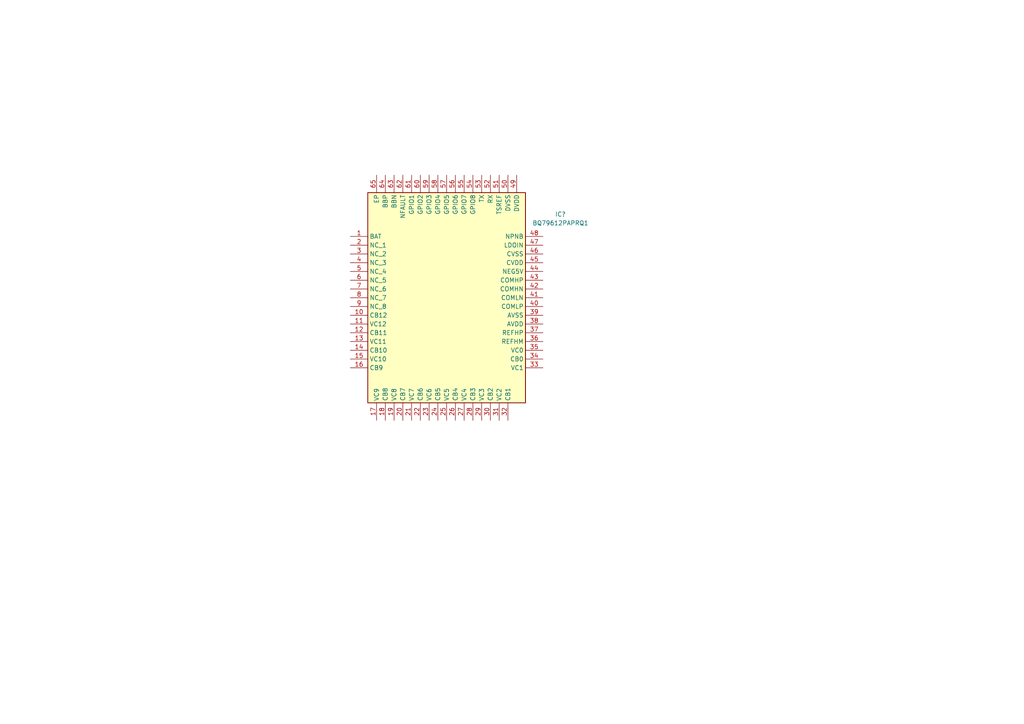
<source format=kicad_sch>
(kicad_sch (version 20250114) (generator "eeschema") (generator_version "9.0")
  (paper "A4")
  (lib_symbols
    (symbol "SamacSys_Parts:BQ79612PAPRQ1"
      (property "Reference" "IC" (at 52.07 17.78 0))
      (property "Value" "BQ79612PAPRQ1" (at 52.07 15.24 0))
      (symbol "BQ79612PAPRQ1_1_1"
        (rectangle (start 5.08 12.7) (end 50.8 -48.26) (stroke (width 0.254)) (fill (type background)))
        (pin passive line (at 0 0 0) (length 5.08) (name "BAT") (number "1"))
        (pin passive line (at 0 -2.54 0) (length 5.08) (name "NC_1") (number "2"))
        (pin passive line (at 0 -5.08 0) (length 5.08) (name "NC_2") (number "3"))
        (pin passive line (at 0 -7.62 0) (length 5.08) (name "NC_3") (number "4"))
        (pin passive line (at 0 -10.16 0) (length 5.08) (name "NC_4") (number "5"))
        (pin passive line (at 0 -12.7 0) (length 5.08) (name "NC_5") (number "6"))
        (pin passive line (at 0 -15.24 0) (length 5.08) (name "NC_6") (number "7"))
        (pin passive line (at 0 -17.78 0) (length 5.08) (name "NC_7") (number "8"))
        (pin passive line (at 0 -20.32 0) (length 5.08) (name "NC_8") (number "9"))
        (pin passive line (at 0 -22.86 0) (length 5.08) (name "CB12") (number "10"))
        (pin passive line (at 0 -25.4 0) (length 5.08) (name "VC12") (number "11"))
        (pin passive line (at 0 -27.94 0) (length 5.08) (name "CB11") (number "12"))
        (pin passive line (at 0 -30.48 0) (length 5.08) (name "VC11") (number "13"))
        (pin passive line (at 0 -33.02 0) (length 5.08) (name "CB10") (number "14"))
        (pin passive line (at 0 -35.56 0) (length 5.08) (name "VC10") (number "15"))
        (pin passive line (at 0 -38.1 0) (length 5.08) (name "CB9") (number "16"))
        (pin passive line (at 7.62 17.78 270) (length 5.08) (name "EP") (number "65"))
        (pin passive line (at 7.62 -53.34 90) (length 5.08) (name "VC9") (number "17"))
        (pin passive line (at 10.16 17.78 270) (length 5.08) (name "BBP") (number "64"))
        (pin passive line (at 10.16 -53.34 90) (length 5.08) (name "CB8") (number "18"))
        (pin passive line (at 12.7 17.78 270) (length 5.08) (name "BBN") (number "63"))
        (pin passive line (at 12.7 -53.34 90) (length 5.08) (name "VC8") (number "19"))
        (pin passive line (at 15.24 17.78 270) (length 5.08) (name "NFAULT") (number "62"))
        (pin passive line (at 15.24 -53.34 90) (length 5.08) (name "CB7") (number "20"))
        (pin passive line (at 17.78 17.78 270) (length 5.08) (name "GPIO1") (number "61"))
        (pin passive line (at 17.78 -53.34 90) (length 5.08) (name "VC7") (number "21"))
        (pin passive line (at 20.32 17.78 270) (length 5.08) (name "GPIO2") (number "60"))
        (pin passive line (at 20.32 -53.34 90) (length 5.08) (name "CB6") (number "22"))
        (pin passive line (at 22.86 17.78 270) (length 5.08) (name "GPIO3") (number "59"))
        (pin passive line (at 22.86 -53.34 90) (length 5.08) (name "VC6") (number "23"))
        (pin passive line (at 25.4 17.78 270) (length 5.08) (name "GPIO4") (number "58"))
        (pin passive line (at 25.4 -53.34 90) (length 5.08) (name "CB5") (number "24"))
        (pin passive line (at 27.94 17.78 270) (length 5.08) (name "GPIO5") (number "57"))
        (pin passive line (at 27.94 -53.34 90) (length 5.08) (name "VC5") (number "25"))
        (pin passive line (at 30.48 17.78 270) (length 5.08) (name "GPIO6") (number "56"))
        (pin passive line (at 30.48 -53.34 90) (length 5.08) (name "CB4") (number "26"))
        (pin passive line (at 33.02 17.78 270) (length 5.08) (name "GPIO7") (number "55"))
        (pin passive line (at 33.02 -53.34 90) (length 5.08) (name "VC4") (number "27"))
        (pin passive line (at 35.56 17.78 270) (length 5.08) (name "GPIO8") (number "54"))
        (pin passive line (at 35.56 -53.34 90) (length 5.08) (name "CB3") (number "28"))
        (pin passive line (at 38.1 17.78 270) (length 5.08) (name "TX") (number "53"))
        (pin passive line (at 38.1 -53.34 90) (length 5.08) (name "VC3") (number "29"))
        (pin passive line (at 40.64 17.78 270) (length 5.08) (name "RX") (number "52"))
        (pin passive line (at 40.64 -53.34 90) (length 5.08) (name "CB2") (number "30"))
        (pin passive line (at 43.18 17.78 270) (length 5.08) (name "TSREF") (number "51"))
        (pin passive line (at 43.18 -53.34 90) (length 5.08) (name "VC2") (number "31"))
        (pin passive line (at 45.72 17.78 270) (length 5.08) (name "DVSS") (number "50"))
        (pin passive line (at 45.72 -53.34 90) (length 5.08) (name "CB1") (number "32"))
        (pin passive line (at 48.26 17.78 270) (length 5.08) (name "DVDD") (number "49"))
        (pin passive line (at 55.88 0 180) (length 5.08) (name "NPNB") (number "48"))
        (pin passive line (at 55.88 -2.54 180) (length 5.08) (name "LDOIN") (number "47"))
        (pin passive line (at 55.88 -5.08 180) (length 5.08) (name "CVSS") (number "46"))
        (pin passive line (at 55.88 -7.62 180) (length 5.08) (name "CVDD") (number "45"))
        (pin passive line (at 55.88 -10.16 180) (length 5.08) (name "NEG5V") (number "44"))
        (pin passive line (at 55.88 -12.7 180) (length 5.08) (name "COMHP") (number "43"))
        (pin passive line (at 55.88 -15.24 180) (length 5.08) (name "COMHN") (number "42"))
        (pin passive line (at 55.88 -17.78 180) (length 5.08) (name "COMLN") (number "41"))
        (pin passive line (at 55.88 -20.32 180) (length 5.08) (name "COMLP") (number "40"))
        (pin passive line (at 55.88 -22.86 180) (length 5.08) (name "AVSS") (number "39"))
        (pin passive line (at 55.88 -25.4 180) (length 5.08) (name "AVDD") (number "38"))
        (pin passive line (at 55.88 -27.94 180) (length 5.08) (name "REFHP") (number "37"))
        (pin passive line (at 55.88 -30.48 180) (length 5.08) (name "REFHM") (number "36"))
        (pin passive line (at 55.88 -33.02 180) (length 5.08) (name "VC0") (number "35"))
        (pin passive line (at 55.88 -35.56 180) (length 5.08) (name "CB0") (number "34"))
        (pin passive line (at 55.88 -38.1 180) (length 5.08) (name "VC1") (number "33"))
      )
    )
  )
  (symbol (lib_id "SamacSys_Parts:BQ79612PAPRQ1") (at 101.6 68.58 0) (unit 1)
    (property "Reference" "IC?" (at 162.56 62.1598 0))
    (property "Value" "BQ79612PAPRQ1" (at 162.56 64.6998 0))
    (property "Footprint" "QFP50P1200X1200X120-65N" (effects (hide yes)))
    (property "Datasheet" "https://www.ti.com/lit/ds/symlink/bq79616-q1.pdf?ts=1695055044158&ref_url=https%253A%252F%252Fwww.ti.com%252Fproduct%252FBQ79616-Q1" (effects (hide yes)))
    (property "Description" "-40C ~ 125C Battery Battery Monitor IC Lithium Ion 64-HTQFP (10x10)" (effects (hide yes)))
    (property "Height" "1.2" (effects (hide yes)))
    (property "Mouser Part Number" "595-BQ79612PAPRQ1" (effects (hide yes)))
    (property "Mouser Price/Stock" "https://www.mouser.co.uk/ProductDetail/Texas-Instruments/BQ79612PAPRQ1?qs=QNEnbhJQKvaEvayK84ubXA%3D%3D" (effects (hide yes)))
    (property "Manufacturer_Name" "Texas Instruments" (effects (hide yes)))
    (property "Manufacturer_Part_Number" "BQ79612PAPRQ1" (effects (hide yes)))
  )
)
</source>
